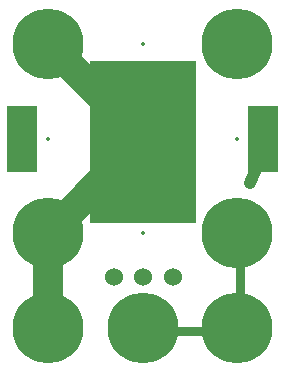
<source format=gtl>
%TF.GenerationSoftware,KiCad,Pcbnew,5.0.0-fee4fd1~66~ubuntu16.04.1*%
%TF.CreationDate,2018-09-25T11:06:20-07:00*%
%TF.ProjectId,3x4-CR2032-Coin-Cell-On-Off-Switch,3378342D4352323033322D436F696E2D,v1.1*%
%TF.SameCoordinates,Original*%
%TF.FileFunction,Copper,L1,Top,Signal*%
%TF.FilePolarity,Positive*%
%FSLAX46Y46*%
G04 Gerber Fmt 4.6, Leading zero omitted, Abs format (unit mm)*
G04 Created by KiCad (PCBNEW 5.0.0-fee4fd1~66~ubuntu16.04.1) date Tue Sep 25 11:06:20 2018*
%MOMM*%
%LPD*%
G01*
G04 APERTURE LIST*
%ADD10C,0.762000*%
%ADD11C,2.540000*%
%ADD12C,1.016000*%
%ADD13C,1.016000*%
%ADD14C,1.524000*%
%ADD15C,6.000000*%
%ADD16R,2.600000X5.560000*%
%ADD17R,9.000000X13.800000*%
%ADD18C,0.350000*%
G04 APERTURE END LIST*
D10*
X29460000Y-72640000D02*
X20960000Y-72640000D01*
D11*
X21410000Y-53990000D02*
X21084000Y-56135000D01*
X13210000Y-64140000D02*
X13210000Y-72390000D01*
D10*
X29460000Y-72640000D02*
X29460000Y-64390000D01*
D12*
X31110000Y-58196400D02*
X30310000Y-60096400D01*
D11*
X13337000Y-64390000D02*
X21084000Y-56516000D01*
X13210000Y-48388000D02*
X21084000Y-56135000D01*
D13*
X30310000Y-60096400D03*
D14*
X23759690Y-68078446D03*
X18781290Y-68078446D03*
X21270490Y-68078446D03*
D15*
X29210000Y-72390000D03*
X21210000Y-72390000D03*
X13210000Y-72390000D03*
X29210000Y-64390000D03*
X13210000Y-64390000D03*
X29210000Y-48390000D03*
X13210000Y-48390000D03*
D16*
X11010000Y-56390000D03*
D17*
X21206000Y-56644000D03*
D16*
X31410000Y-56390000D03*
D18*
X30310000Y-60096400D03*
X23759690Y-68078446D03*
X18781290Y-68078446D03*
X21270490Y-68078446D03*
X29210000Y-72390000D03*
X21210000Y-72390000D03*
X13210000Y-72390000D03*
X29210000Y-64390000D03*
X21210000Y-64390000D03*
X13210000Y-64390000D03*
X29210000Y-48390000D03*
X21210000Y-48390000D03*
X13210000Y-48390000D03*
X29210000Y-56390000D03*
X13210000Y-56390000D03*
X21210000Y-56390000D03*
M02*

</source>
